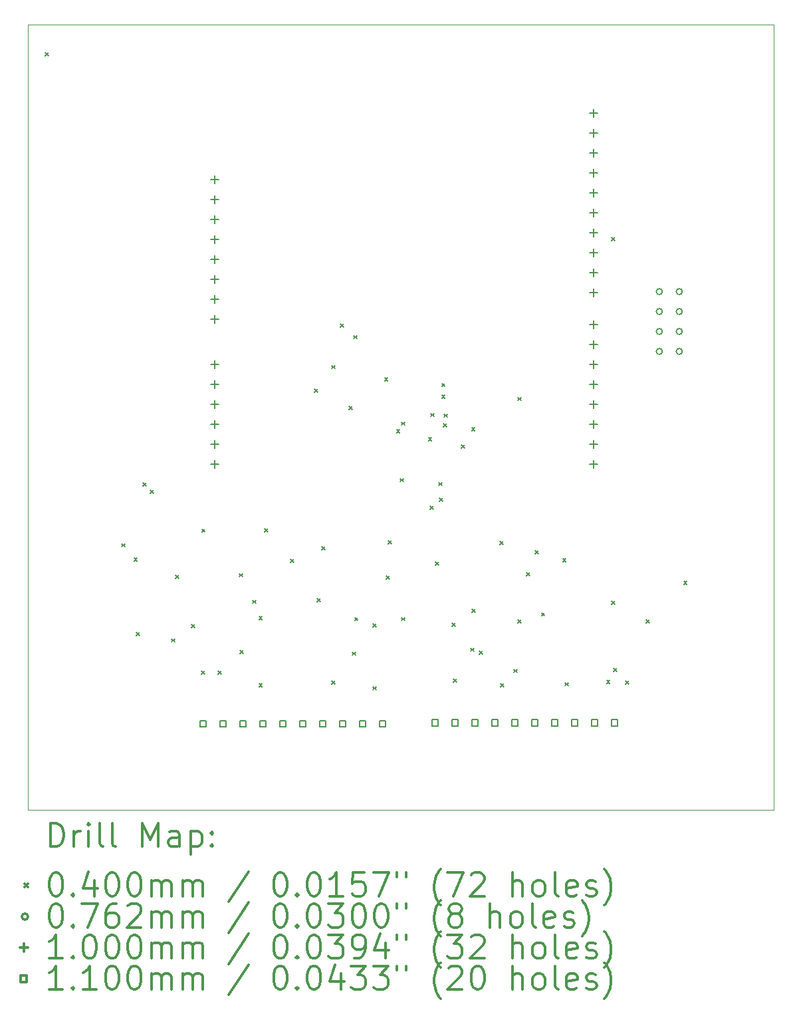
<source format=gbr>
%FSLAX45Y45*%
G04 Gerber Fmt 4.5, Leading zero omitted, Abs format (unit mm)*
G04 Created by KiCad (PCBNEW 5.1.10-88a1d61d58~90~ubuntu20.04.1) date 2021-09-14 19:28:11*
%MOMM*%
%LPD*%
G01*
G04 APERTURE LIST*
%TA.AperFunction,Profile*%
%ADD10C,0.050000*%
%TD*%
%ADD11C,0.200000*%
%ADD12C,0.300000*%
G04 APERTURE END LIST*
D10*
X10500000Y-5000000D02*
X10500000Y-15000000D01*
X10500000Y-5000000D02*
X20000000Y-5000000D01*
X20000000Y-15000000D02*
X20000000Y-5000000D01*
X10500000Y-15000000D02*
X20000000Y-15000000D01*
D11*
X10720000Y-5360000D02*
X10760000Y-5400000D01*
X10760000Y-5360000D02*
X10720000Y-5400000D01*
X11690000Y-11610000D02*
X11730000Y-11650000D01*
X11730000Y-11610000D02*
X11690000Y-11650000D01*
X11850000Y-11790000D02*
X11890000Y-11830000D01*
X11890000Y-11790000D02*
X11850000Y-11830000D01*
X11880000Y-12740000D02*
X11920000Y-12780000D01*
X11920000Y-12740000D02*
X11880000Y-12780000D01*
X11963431Y-10836569D02*
X12003431Y-10876569D01*
X12003431Y-10836569D02*
X11963431Y-10876569D01*
X12058309Y-10931448D02*
X12098309Y-10971448D01*
X12098309Y-10931448D02*
X12058309Y-10971448D01*
X12330000Y-12820000D02*
X12370000Y-12860000D01*
X12370000Y-12820000D02*
X12330000Y-12860000D01*
X12380000Y-12010000D02*
X12420000Y-12050000D01*
X12420000Y-12010000D02*
X12380000Y-12050000D01*
X12580000Y-12640000D02*
X12620000Y-12680000D01*
X12620000Y-12640000D02*
X12580000Y-12680000D01*
X12710000Y-13230000D02*
X12750000Y-13270000D01*
X12750000Y-13230000D02*
X12710000Y-13270000D01*
X12712395Y-11422605D02*
X12752395Y-11462605D01*
X12752395Y-11422605D02*
X12712395Y-11462605D01*
X12920000Y-13230000D02*
X12960000Y-13270000D01*
X12960000Y-13230000D02*
X12920000Y-13270000D01*
X13190000Y-11990000D02*
X13230000Y-12030000D01*
X13230000Y-11990000D02*
X13190000Y-12030000D01*
X13200000Y-12970000D02*
X13240000Y-13010000D01*
X13240000Y-12970000D02*
X13200000Y-13010000D01*
X13360000Y-12330000D02*
X13400000Y-12370000D01*
X13400000Y-12330000D02*
X13360000Y-12370000D01*
X13440000Y-12540000D02*
X13480000Y-12580000D01*
X13480000Y-12540000D02*
X13440000Y-12580000D01*
X13440000Y-13390000D02*
X13480000Y-13430000D01*
X13480000Y-13390000D02*
X13440000Y-13430000D01*
X13510000Y-11420000D02*
X13550000Y-11460000D01*
X13550000Y-11420000D02*
X13510000Y-11460000D01*
X13840000Y-11810000D02*
X13880000Y-11850000D01*
X13880000Y-11810000D02*
X13840000Y-11850000D01*
X14150000Y-9640000D02*
X14190000Y-9680000D01*
X14190000Y-9640000D02*
X14150000Y-9680000D01*
X14179999Y-12309999D02*
X14219999Y-12349999D01*
X14219999Y-12309999D02*
X14179999Y-12349999D01*
X14240000Y-11650000D02*
X14280000Y-11690000D01*
X14280000Y-11650000D02*
X14240000Y-11690000D01*
X14370000Y-9340000D02*
X14410000Y-9380000D01*
X14410000Y-9340000D02*
X14370000Y-9380000D01*
X14370000Y-13360000D02*
X14410000Y-13400000D01*
X14410000Y-13360000D02*
X14370000Y-13400000D01*
X14480000Y-8810000D02*
X14520000Y-8850000D01*
X14520000Y-8810000D02*
X14480000Y-8850000D01*
X14590000Y-9860000D02*
X14630000Y-9900000D01*
X14630000Y-9860000D02*
X14590000Y-9900000D01*
X14630000Y-12990000D02*
X14670000Y-13030000D01*
X14670000Y-12990000D02*
X14630000Y-13030000D01*
X14650000Y-8960000D02*
X14690000Y-9000000D01*
X14690000Y-8960000D02*
X14650000Y-9000000D01*
X14660000Y-12550000D02*
X14700000Y-12590000D01*
X14700000Y-12550000D02*
X14660000Y-12590000D01*
X14890000Y-12630000D02*
X14930000Y-12670000D01*
X14930000Y-12630000D02*
X14890000Y-12670000D01*
X14890000Y-13430000D02*
X14930000Y-13470000D01*
X14930000Y-13430000D02*
X14890000Y-13470000D01*
X15040000Y-9500000D02*
X15080000Y-9540000D01*
X15080000Y-9500000D02*
X15040000Y-9540000D01*
X15060000Y-12020000D02*
X15100000Y-12060000D01*
X15100000Y-12020000D02*
X15060000Y-12060000D01*
X15090000Y-11570000D02*
X15130000Y-11610000D01*
X15130000Y-11570000D02*
X15090000Y-11610000D01*
X15194256Y-10155582D02*
X15234256Y-10195582D01*
X15234256Y-10155582D02*
X15194256Y-10195582D01*
X15240000Y-10779999D02*
X15280000Y-10819999D01*
X15280000Y-10779999D02*
X15240000Y-10819999D01*
X15260000Y-10060000D02*
X15300000Y-10100000D01*
X15300000Y-10060000D02*
X15260000Y-10100000D01*
X15260000Y-12550000D02*
X15300000Y-12590000D01*
X15300000Y-12550000D02*
X15260000Y-12590000D01*
X15600000Y-10260000D02*
X15640000Y-10300000D01*
X15640000Y-10260000D02*
X15600000Y-10300000D01*
X15620000Y-11130000D02*
X15660000Y-11170000D01*
X15660000Y-11130000D02*
X15620000Y-11170000D01*
X15630000Y-9950000D02*
X15670000Y-9990000D01*
X15670000Y-9950000D02*
X15630000Y-9990000D01*
X15690000Y-11840000D02*
X15730000Y-11880000D01*
X15730000Y-11840000D02*
X15690000Y-11880000D01*
X15730000Y-10830000D02*
X15770000Y-10870000D01*
X15770000Y-10830000D02*
X15730000Y-10870000D01*
X15740000Y-11030000D02*
X15780000Y-11070000D01*
X15780000Y-11030000D02*
X15740000Y-11070000D01*
X15770000Y-9570000D02*
X15810000Y-9610000D01*
X15810000Y-9570000D02*
X15770000Y-9610000D01*
X15770000Y-9720000D02*
X15810000Y-9760000D01*
X15810000Y-9720000D02*
X15770000Y-9760000D01*
X15790000Y-10080000D02*
X15830000Y-10120000D01*
X15830000Y-10080000D02*
X15790000Y-10120000D01*
X15800000Y-9960000D02*
X15840000Y-10000000D01*
X15840000Y-9960000D02*
X15800000Y-10000000D01*
X15900000Y-12620000D02*
X15940000Y-12660000D01*
X15940000Y-12620000D02*
X15900000Y-12660000D01*
X15920000Y-13330000D02*
X15960000Y-13370000D01*
X15960000Y-13330000D02*
X15920000Y-13370000D01*
X16020000Y-10350000D02*
X16060000Y-10390000D01*
X16060000Y-10350000D02*
X16020000Y-10390000D01*
X16140000Y-12940000D02*
X16180000Y-12980000D01*
X16180000Y-12940000D02*
X16140000Y-12980000D01*
X16150000Y-10130000D02*
X16190000Y-10170000D01*
X16190000Y-10130000D02*
X16150000Y-10170000D01*
X16155000Y-12445000D02*
X16195000Y-12485000D01*
X16195000Y-12445000D02*
X16155000Y-12485000D01*
X16250000Y-12980000D02*
X16290000Y-13020000D01*
X16290000Y-12980000D02*
X16250000Y-13020000D01*
X16510000Y-11580000D02*
X16550000Y-11620000D01*
X16550000Y-11580000D02*
X16510000Y-11620000D01*
X16520000Y-13390000D02*
X16560000Y-13430000D01*
X16560000Y-13390000D02*
X16520000Y-13430000D01*
X16690000Y-13210000D02*
X16730000Y-13250000D01*
X16730000Y-13210000D02*
X16690000Y-13250000D01*
X16740000Y-9747500D02*
X16780000Y-9787500D01*
X16780000Y-9747500D02*
X16740000Y-9787500D01*
X16740000Y-12580000D02*
X16780000Y-12620000D01*
X16780000Y-12580000D02*
X16740000Y-12620000D01*
X16850000Y-11980000D02*
X16890000Y-12020000D01*
X16890000Y-11980000D02*
X16850000Y-12020000D01*
X16961569Y-11698431D02*
X17001569Y-11738431D01*
X17001569Y-11698431D02*
X16961569Y-11738431D01*
X17040000Y-12490000D02*
X17080000Y-12530000D01*
X17080000Y-12490000D02*
X17040000Y-12530000D01*
X17310000Y-11800000D02*
X17350000Y-11840000D01*
X17350000Y-11800000D02*
X17310000Y-11840000D01*
X17340000Y-13380000D02*
X17380000Y-13420000D01*
X17380000Y-13380000D02*
X17340000Y-13420000D01*
X17870000Y-13350000D02*
X17910000Y-13390000D01*
X17910000Y-13350000D02*
X17870000Y-13390000D01*
X17930000Y-7710000D02*
X17970000Y-7750000D01*
X17970000Y-7710000D02*
X17930000Y-7750000D01*
X17930000Y-12340000D02*
X17970000Y-12380000D01*
X17970000Y-12340000D02*
X17930000Y-12380000D01*
X17960000Y-13200000D02*
X18000000Y-13240000D01*
X18000000Y-13200000D02*
X17960000Y-13240000D01*
X18110000Y-13360000D02*
X18150000Y-13400000D01*
X18150000Y-13360000D02*
X18110000Y-13400000D01*
X18370000Y-12580000D02*
X18410000Y-12620000D01*
X18410000Y-12580000D02*
X18370000Y-12620000D01*
X18850000Y-12090000D02*
X18890000Y-12130000D01*
X18890000Y-12090000D02*
X18850000Y-12130000D01*
X18578100Y-8400000D02*
G75*
G03*
X18578100Y-8400000I-38100J0D01*
G01*
X18578100Y-8654000D02*
G75*
G03*
X18578100Y-8654000I-38100J0D01*
G01*
X18578100Y-8908000D02*
G75*
G03*
X18578100Y-8908000I-38100J0D01*
G01*
X18578100Y-9162000D02*
G75*
G03*
X18578100Y-9162000I-38100J0D01*
G01*
X18832100Y-8400000D02*
G75*
G03*
X18832100Y-8400000I-38100J0D01*
G01*
X18832100Y-8654000D02*
G75*
G03*
X18832100Y-8654000I-38100J0D01*
G01*
X18832100Y-8908000D02*
G75*
G03*
X18832100Y-8908000I-38100J0D01*
G01*
X18832100Y-9162000D02*
G75*
G03*
X18832100Y-9162000I-38100J0D01*
G01*
X12880000Y-6920000D02*
X12880000Y-7020000D01*
X12830000Y-6970000D02*
X12930000Y-6970000D01*
X12880000Y-7174000D02*
X12880000Y-7274000D01*
X12830000Y-7224000D02*
X12930000Y-7224000D01*
X12880000Y-7428000D02*
X12880000Y-7528000D01*
X12830000Y-7478000D02*
X12930000Y-7478000D01*
X12880000Y-7682000D02*
X12880000Y-7782000D01*
X12830000Y-7732000D02*
X12930000Y-7732000D01*
X12880000Y-7936000D02*
X12880000Y-8036000D01*
X12830000Y-7986000D02*
X12930000Y-7986000D01*
X12880000Y-8190000D02*
X12880000Y-8290000D01*
X12830000Y-8240000D02*
X12930000Y-8240000D01*
X12880000Y-8444000D02*
X12880000Y-8544000D01*
X12830000Y-8494000D02*
X12930000Y-8494000D01*
X12880000Y-8698000D02*
X12880000Y-8798000D01*
X12830000Y-8748000D02*
X12930000Y-8748000D01*
X12880000Y-9278000D02*
X12880000Y-9378000D01*
X12830000Y-9328000D02*
X12930000Y-9328000D01*
X12880000Y-9532000D02*
X12880000Y-9632000D01*
X12830000Y-9582000D02*
X12930000Y-9582000D01*
X12880000Y-9786000D02*
X12880000Y-9886000D01*
X12830000Y-9836000D02*
X12930000Y-9836000D01*
X12880000Y-10040000D02*
X12880000Y-10140000D01*
X12830000Y-10090000D02*
X12930000Y-10090000D01*
X12880000Y-10294000D02*
X12880000Y-10394000D01*
X12830000Y-10344000D02*
X12930000Y-10344000D01*
X12880000Y-10548000D02*
X12880000Y-10648000D01*
X12830000Y-10598000D02*
X12930000Y-10598000D01*
X17706000Y-6079000D02*
X17706000Y-6179000D01*
X17656000Y-6129000D02*
X17756000Y-6129000D01*
X17706000Y-6333000D02*
X17706000Y-6433000D01*
X17656000Y-6383000D02*
X17756000Y-6383000D01*
X17706000Y-6587000D02*
X17706000Y-6687000D01*
X17656000Y-6637000D02*
X17756000Y-6637000D01*
X17706000Y-6841000D02*
X17706000Y-6941000D01*
X17656000Y-6891000D02*
X17756000Y-6891000D01*
X17706000Y-7095000D02*
X17706000Y-7195000D01*
X17656000Y-7145000D02*
X17756000Y-7145000D01*
X17706000Y-7349000D02*
X17706000Y-7449000D01*
X17656000Y-7399000D02*
X17756000Y-7399000D01*
X17706000Y-7603000D02*
X17706000Y-7703000D01*
X17656000Y-7653000D02*
X17756000Y-7653000D01*
X17706000Y-7857000D02*
X17706000Y-7957000D01*
X17656000Y-7907000D02*
X17756000Y-7907000D01*
X17706000Y-8111000D02*
X17706000Y-8211000D01*
X17656000Y-8161000D02*
X17756000Y-8161000D01*
X17706000Y-8365000D02*
X17706000Y-8465000D01*
X17656000Y-8415000D02*
X17756000Y-8415000D01*
X17706000Y-8770000D02*
X17706000Y-8870000D01*
X17656000Y-8820000D02*
X17756000Y-8820000D01*
X17706000Y-9024000D02*
X17706000Y-9124000D01*
X17656000Y-9074000D02*
X17756000Y-9074000D01*
X17706000Y-9278000D02*
X17706000Y-9378000D01*
X17656000Y-9328000D02*
X17756000Y-9328000D01*
X17706000Y-9532000D02*
X17706000Y-9632000D01*
X17656000Y-9582000D02*
X17756000Y-9582000D01*
X17706000Y-9786000D02*
X17706000Y-9886000D01*
X17656000Y-9836000D02*
X17756000Y-9836000D01*
X17706000Y-10040000D02*
X17706000Y-10140000D01*
X17656000Y-10090000D02*
X17756000Y-10090000D01*
X17706000Y-10294000D02*
X17706000Y-10394000D01*
X17656000Y-10344000D02*
X17756000Y-10344000D01*
X17706000Y-10548000D02*
X17706000Y-10648000D01*
X17656000Y-10598000D02*
X17756000Y-10598000D01*
X12768891Y-13938891D02*
X12768891Y-13861109D01*
X12691109Y-13861109D01*
X12691109Y-13938891D01*
X12768891Y-13938891D01*
X13022891Y-13938891D02*
X13022891Y-13861109D01*
X12945109Y-13861109D01*
X12945109Y-13938891D01*
X13022891Y-13938891D01*
X13276891Y-13938891D02*
X13276891Y-13861109D01*
X13199109Y-13861109D01*
X13199109Y-13938891D01*
X13276891Y-13938891D01*
X13530891Y-13938891D02*
X13530891Y-13861109D01*
X13453109Y-13861109D01*
X13453109Y-13938891D01*
X13530891Y-13938891D01*
X13784891Y-13938891D02*
X13784891Y-13861109D01*
X13707109Y-13861109D01*
X13707109Y-13938891D01*
X13784891Y-13938891D01*
X14038891Y-13938891D02*
X14038891Y-13861109D01*
X13961109Y-13861109D01*
X13961109Y-13938891D01*
X14038891Y-13938891D01*
X14292891Y-13938891D02*
X14292891Y-13861109D01*
X14215109Y-13861109D01*
X14215109Y-13938891D01*
X14292891Y-13938891D01*
X14546891Y-13938891D02*
X14546891Y-13861109D01*
X14469109Y-13861109D01*
X14469109Y-13938891D01*
X14546891Y-13938891D01*
X14800891Y-13938891D02*
X14800891Y-13861109D01*
X14723109Y-13861109D01*
X14723109Y-13938891D01*
X14800891Y-13938891D01*
X15054891Y-13938891D02*
X15054891Y-13861109D01*
X14977109Y-13861109D01*
X14977109Y-13938891D01*
X15054891Y-13938891D01*
X15718891Y-13928891D02*
X15718891Y-13851109D01*
X15641109Y-13851109D01*
X15641109Y-13928891D01*
X15718891Y-13928891D01*
X15972891Y-13928891D02*
X15972891Y-13851109D01*
X15895109Y-13851109D01*
X15895109Y-13928891D01*
X15972891Y-13928891D01*
X16226891Y-13928891D02*
X16226891Y-13851109D01*
X16149109Y-13851109D01*
X16149109Y-13928891D01*
X16226891Y-13928891D01*
X16480891Y-13928891D02*
X16480891Y-13851109D01*
X16403109Y-13851109D01*
X16403109Y-13928891D01*
X16480891Y-13928891D01*
X16734891Y-13928891D02*
X16734891Y-13851109D01*
X16657109Y-13851109D01*
X16657109Y-13928891D01*
X16734891Y-13928891D01*
X16988891Y-13928891D02*
X16988891Y-13851109D01*
X16911109Y-13851109D01*
X16911109Y-13928891D01*
X16988891Y-13928891D01*
X17242891Y-13928891D02*
X17242891Y-13851109D01*
X17165109Y-13851109D01*
X17165109Y-13928891D01*
X17242891Y-13928891D01*
X17496891Y-13928891D02*
X17496891Y-13851109D01*
X17419109Y-13851109D01*
X17419109Y-13928891D01*
X17496891Y-13928891D01*
X17750891Y-13928891D02*
X17750891Y-13851109D01*
X17673109Y-13851109D01*
X17673109Y-13928891D01*
X17750891Y-13928891D01*
X18004891Y-13928891D02*
X18004891Y-13851109D01*
X17927109Y-13851109D01*
X17927109Y-13928891D01*
X18004891Y-13928891D01*
D12*
X10783928Y-15468214D02*
X10783928Y-15168214D01*
X10855357Y-15168214D01*
X10898214Y-15182500D01*
X10926786Y-15211071D01*
X10941071Y-15239643D01*
X10955357Y-15296786D01*
X10955357Y-15339643D01*
X10941071Y-15396786D01*
X10926786Y-15425357D01*
X10898214Y-15453929D01*
X10855357Y-15468214D01*
X10783928Y-15468214D01*
X11083928Y-15468214D02*
X11083928Y-15268214D01*
X11083928Y-15325357D02*
X11098214Y-15296786D01*
X11112500Y-15282500D01*
X11141071Y-15268214D01*
X11169643Y-15268214D01*
X11269643Y-15468214D02*
X11269643Y-15268214D01*
X11269643Y-15168214D02*
X11255357Y-15182500D01*
X11269643Y-15196786D01*
X11283928Y-15182500D01*
X11269643Y-15168214D01*
X11269643Y-15196786D01*
X11455357Y-15468214D02*
X11426786Y-15453929D01*
X11412500Y-15425357D01*
X11412500Y-15168214D01*
X11612500Y-15468214D02*
X11583928Y-15453929D01*
X11569643Y-15425357D01*
X11569643Y-15168214D01*
X11955357Y-15468214D02*
X11955357Y-15168214D01*
X12055357Y-15382500D01*
X12155357Y-15168214D01*
X12155357Y-15468214D01*
X12426786Y-15468214D02*
X12426786Y-15311071D01*
X12412500Y-15282500D01*
X12383928Y-15268214D01*
X12326786Y-15268214D01*
X12298214Y-15282500D01*
X12426786Y-15453929D02*
X12398214Y-15468214D01*
X12326786Y-15468214D01*
X12298214Y-15453929D01*
X12283928Y-15425357D01*
X12283928Y-15396786D01*
X12298214Y-15368214D01*
X12326786Y-15353929D01*
X12398214Y-15353929D01*
X12426786Y-15339643D01*
X12569643Y-15268214D02*
X12569643Y-15568214D01*
X12569643Y-15282500D02*
X12598214Y-15268214D01*
X12655357Y-15268214D01*
X12683928Y-15282500D01*
X12698214Y-15296786D01*
X12712500Y-15325357D01*
X12712500Y-15411071D01*
X12698214Y-15439643D01*
X12683928Y-15453929D01*
X12655357Y-15468214D01*
X12598214Y-15468214D01*
X12569643Y-15453929D01*
X12841071Y-15439643D02*
X12855357Y-15453929D01*
X12841071Y-15468214D01*
X12826786Y-15453929D01*
X12841071Y-15439643D01*
X12841071Y-15468214D01*
X12841071Y-15282500D02*
X12855357Y-15296786D01*
X12841071Y-15311071D01*
X12826786Y-15296786D01*
X12841071Y-15282500D01*
X12841071Y-15311071D01*
X10457500Y-15942500D02*
X10497500Y-15982500D01*
X10497500Y-15942500D02*
X10457500Y-15982500D01*
X10841071Y-15798214D02*
X10869643Y-15798214D01*
X10898214Y-15812500D01*
X10912500Y-15826786D01*
X10926786Y-15855357D01*
X10941071Y-15912500D01*
X10941071Y-15983929D01*
X10926786Y-16041071D01*
X10912500Y-16069643D01*
X10898214Y-16083929D01*
X10869643Y-16098214D01*
X10841071Y-16098214D01*
X10812500Y-16083929D01*
X10798214Y-16069643D01*
X10783928Y-16041071D01*
X10769643Y-15983929D01*
X10769643Y-15912500D01*
X10783928Y-15855357D01*
X10798214Y-15826786D01*
X10812500Y-15812500D01*
X10841071Y-15798214D01*
X11069643Y-16069643D02*
X11083928Y-16083929D01*
X11069643Y-16098214D01*
X11055357Y-16083929D01*
X11069643Y-16069643D01*
X11069643Y-16098214D01*
X11341071Y-15898214D02*
X11341071Y-16098214D01*
X11269643Y-15783929D02*
X11198214Y-15998214D01*
X11383928Y-15998214D01*
X11555357Y-15798214D02*
X11583928Y-15798214D01*
X11612500Y-15812500D01*
X11626786Y-15826786D01*
X11641071Y-15855357D01*
X11655357Y-15912500D01*
X11655357Y-15983929D01*
X11641071Y-16041071D01*
X11626786Y-16069643D01*
X11612500Y-16083929D01*
X11583928Y-16098214D01*
X11555357Y-16098214D01*
X11526786Y-16083929D01*
X11512500Y-16069643D01*
X11498214Y-16041071D01*
X11483928Y-15983929D01*
X11483928Y-15912500D01*
X11498214Y-15855357D01*
X11512500Y-15826786D01*
X11526786Y-15812500D01*
X11555357Y-15798214D01*
X11841071Y-15798214D02*
X11869643Y-15798214D01*
X11898214Y-15812500D01*
X11912500Y-15826786D01*
X11926786Y-15855357D01*
X11941071Y-15912500D01*
X11941071Y-15983929D01*
X11926786Y-16041071D01*
X11912500Y-16069643D01*
X11898214Y-16083929D01*
X11869643Y-16098214D01*
X11841071Y-16098214D01*
X11812500Y-16083929D01*
X11798214Y-16069643D01*
X11783928Y-16041071D01*
X11769643Y-15983929D01*
X11769643Y-15912500D01*
X11783928Y-15855357D01*
X11798214Y-15826786D01*
X11812500Y-15812500D01*
X11841071Y-15798214D01*
X12069643Y-16098214D02*
X12069643Y-15898214D01*
X12069643Y-15926786D02*
X12083928Y-15912500D01*
X12112500Y-15898214D01*
X12155357Y-15898214D01*
X12183928Y-15912500D01*
X12198214Y-15941071D01*
X12198214Y-16098214D01*
X12198214Y-15941071D02*
X12212500Y-15912500D01*
X12241071Y-15898214D01*
X12283928Y-15898214D01*
X12312500Y-15912500D01*
X12326786Y-15941071D01*
X12326786Y-16098214D01*
X12469643Y-16098214D02*
X12469643Y-15898214D01*
X12469643Y-15926786D02*
X12483928Y-15912500D01*
X12512500Y-15898214D01*
X12555357Y-15898214D01*
X12583928Y-15912500D01*
X12598214Y-15941071D01*
X12598214Y-16098214D01*
X12598214Y-15941071D02*
X12612500Y-15912500D01*
X12641071Y-15898214D01*
X12683928Y-15898214D01*
X12712500Y-15912500D01*
X12726786Y-15941071D01*
X12726786Y-16098214D01*
X13312500Y-15783929D02*
X13055357Y-16169643D01*
X13698214Y-15798214D02*
X13726786Y-15798214D01*
X13755357Y-15812500D01*
X13769643Y-15826786D01*
X13783928Y-15855357D01*
X13798214Y-15912500D01*
X13798214Y-15983929D01*
X13783928Y-16041071D01*
X13769643Y-16069643D01*
X13755357Y-16083929D01*
X13726786Y-16098214D01*
X13698214Y-16098214D01*
X13669643Y-16083929D01*
X13655357Y-16069643D01*
X13641071Y-16041071D01*
X13626786Y-15983929D01*
X13626786Y-15912500D01*
X13641071Y-15855357D01*
X13655357Y-15826786D01*
X13669643Y-15812500D01*
X13698214Y-15798214D01*
X13926786Y-16069643D02*
X13941071Y-16083929D01*
X13926786Y-16098214D01*
X13912500Y-16083929D01*
X13926786Y-16069643D01*
X13926786Y-16098214D01*
X14126786Y-15798214D02*
X14155357Y-15798214D01*
X14183928Y-15812500D01*
X14198214Y-15826786D01*
X14212500Y-15855357D01*
X14226786Y-15912500D01*
X14226786Y-15983929D01*
X14212500Y-16041071D01*
X14198214Y-16069643D01*
X14183928Y-16083929D01*
X14155357Y-16098214D01*
X14126786Y-16098214D01*
X14098214Y-16083929D01*
X14083928Y-16069643D01*
X14069643Y-16041071D01*
X14055357Y-15983929D01*
X14055357Y-15912500D01*
X14069643Y-15855357D01*
X14083928Y-15826786D01*
X14098214Y-15812500D01*
X14126786Y-15798214D01*
X14512500Y-16098214D02*
X14341071Y-16098214D01*
X14426786Y-16098214D02*
X14426786Y-15798214D01*
X14398214Y-15841071D01*
X14369643Y-15869643D01*
X14341071Y-15883929D01*
X14783928Y-15798214D02*
X14641071Y-15798214D01*
X14626786Y-15941071D01*
X14641071Y-15926786D01*
X14669643Y-15912500D01*
X14741071Y-15912500D01*
X14769643Y-15926786D01*
X14783928Y-15941071D01*
X14798214Y-15969643D01*
X14798214Y-16041071D01*
X14783928Y-16069643D01*
X14769643Y-16083929D01*
X14741071Y-16098214D01*
X14669643Y-16098214D01*
X14641071Y-16083929D01*
X14626786Y-16069643D01*
X14898214Y-15798214D02*
X15098214Y-15798214D01*
X14969643Y-16098214D01*
X15198214Y-15798214D02*
X15198214Y-15855357D01*
X15312500Y-15798214D02*
X15312500Y-15855357D01*
X15755357Y-16212500D02*
X15741071Y-16198214D01*
X15712500Y-16155357D01*
X15698214Y-16126786D01*
X15683928Y-16083929D01*
X15669643Y-16012500D01*
X15669643Y-15955357D01*
X15683928Y-15883929D01*
X15698214Y-15841071D01*
X15712500Y-15812500D01*
X15741071Y-15769643D01*
X15755357Y-15755357D01*
X15841071Y-15798214D02*
X16041071Y-15798214D01*
X15912500Y-16098214D01*
X16141071Y-15826786D02*
X16155357Y-15812500D01*
X16183928Y-15798214D01*
X16255357Y-15798214D01*
X16283928Y-15812500D01*
X16298214Y-15826786D01*
X16312500Y-15855357D01*
X16312500Y-15883929D01*
X16298214Y-15926786D01*
X16126786Y-16098214D01*
X16312500Y-16098214D01*
X16669643Y-16098214D02*
X16669643Y-15798214D01*
X16798214Y-16098214D02*
X16798214Y-15941071D01*
X16783928Y-15912500D01*
X16755357Y-15898214D01*
X16712500Y-15898214D01*
X16683928Y-15912500D01*
X16669643Y-15926786D01*
X16983928Y-16098214D02*
X16955357Y-16083929D01*
X16941071Y-16069643D01*
X16926786Y-16041071D01*
X16926786Y-15955357D01*
X16941071Y-15926786D01*
X16955357Y-15912500D01*
X16983928Y-15898214D01*
X17026786Y-15898214D01*
X17055357Y-15912500D01*
X17069643Y-15926786D01*
X17083928Y-15955357D01*
X17083928Y-16041071D01*
X17069643Y-16069643D01*
X17055357Y-16083929D01*
X17026786Y-16098214D01*
X16983928Y-16098214D01*
X17255357Y-16098214D02*
X17226786Y-16083929D01*
X17212500Y-16055357D01*
X17212500Y-15798214D01*
X17483928Y-16083929D02*
X17455357Y-16098214D01*
X17398214Y-16098214D01*
X17369643Y-16083929D01*
X17355357Y-16055357D01*
X17355357Y-15941071D01*
X17369643Y-15912500D01*
X17398214Y-15898214D01*
X17455357Y-15898214D01*
X17483928Y-15912500D01*
X17498214Y-15941071D01*
X17498214Y-15969643D01*
X17355357Y-15998214D01*
X17612500Y-16083929D02*
X17641071Y-16098214D01*
X17698214Y-16098214D01*
X17726786Y-16083929D01*
X17741071Y-16055357D01*
X17741071Y-16041071D01*
X17726786Y-16012500D01*
X17698214Y-15998214D01*
X17655357Y-15998214D01*
X17626786Y-15983929D01*
X17612500Y-15955357D01*
X17612500Y-15941071D01*
X17626786Y-15912500D01*
X17655357Y-15898214D01*
X17698214Y-15898214D01*
X17726786Y-15912500D01*
X17841071Y-16212500D02*
X17855357Y-16198214D01*
X17883928Y-16155357D01*
X17898214Y-16126786D01*
X17912500Y-16083929D01*
X17926786Y-16012500D01*
X17926786Y-15955357D01*
X17912500Y-15883929D01*
X17898214Y-15841071D01*
X17883928Y-15812500D01*
X17855357Y-15769643D01*
X17841071Y-15755357D01*
X10497500Y-16358500D02*
G75*
G03*
X10497500Y-16358500I-38100J0D01*
G01*
X10841071Y-16194214D02*
X10869643Y-16194214D01*
X10898214Y-16208500D01*
X10912500Y-16222786D01*
X10926786Y-16251357D01*
X10941071Y-16308500D01*
X10941071Y-16379929D01*
X10926786Y-16437071D01*
X10912500Y-16465643D01*
X10898214Y-16479929D01*
X10869643Y-16494214D01*
X10841071Y-16494214D01*
X10812500Y-16479929D01*
X10798214Y-16465643D01*
X10783928Y-16437071D01*
X10769643Y-16379929D01*
X10769643Y-16308500D01*
X10783928Y-16251357D01*
X10798214Y-16222786D01*
X10812500Y-16208500D01*
X10841071Y-16194214D01*
X11069643Y-16465643D02*
X11083928Y-16479929D01*
X11069643Y-16494214D01*
X11055357Y-16479929D01*
X11069643Y-16465643D01*
X11069643Y-16494214D01*
X11183928Y-16194214D02*
X11383928Y-16194214D01*
X11255357Y-16494214D01*
X11626786Y-16194214D02*
X11569643Y-16194214D01*
X11541071Y-16208500D01*
X11526786Y-16222786D01*
X11498214Y-16265643D01*
X11483928Y-16322786D01*
X11483928Y-16437071D01*
X11498214Y-16465643D01*
X11512500Y-16479929D01*
X11541071Y-16494214D01*
X11598214Y-16494214D01*
X11626786Y-16479929D01*
X11641071Y-16465643D01*
X11655357Y-16437071D01*
X11655357Y-16365643D01*
X11641071Y-16337071D01*
X11626786Y-16322786D01*
X11598214Y-16308500D01*
X11541071Y-16308500D01*
X11512500Y-16322786D01*
X11498214Y-16337071D01*
X11483928Y-16365643D01*
X11769643Y-16222786D02*
X11783928Y-16208500D01*
X11812500Y-16194214D01*
X11883928Y-16194214D01*
X11912500Y-16208500D01*
X11926786Y-16222786D01*
X11941071Y-16251357D01*
X11941071Y-16279929D01*
X11926786Y-16322786D01*
X11755357Y-16494214D01*
X11941071Y-16494214D01*
X12069643Y-16494214D02*
X12069643Y-16294214D01*
X12069643Y-16322786D02*
X12083928Y-16308500D01*
X12112500Y-16294214D01*
X12155357Y-16294214D01*
X12183928Y-16308500D01*
X12198214Y-16337071D01*
X12198214Y-16494214D01*
X12198214Y-16337071D02*
X12212500Y-16308500D01*
X12241071Y-16294214D01*
X12283928Y-16294214D01*
X12312500Y-16308500D01*
X12326786Y-16337071D01*
X12326786Y-16494214D01*
X12469643Y-16494214D02*
X12469643Y-16294214D01*
X12469643Y-16322786D02*
X12483928Y-16308500D01*
X12512500Y-16294214D01*
X12555357Y-16294214D01*
X12583928Y-16308500D01*
X12598214Y-16337071D01*
X12598214Y-16494214D01*
X12598214Y-16337071D02*
X12612500Y-16308500D01*
X12641071Y-16294214D01*
X12683928Y-16294214D01*
X12712500Y-16308500D01*
X12726786Y-16337071D01*
X12726786Y-16494214D01*
X13312500Y-16179929D02*
X13055357Y-16565643D01*
X13698214Y-16194214D02*
X13726786Y-16194214D01*
X13755357Y-16208500D01*
X13769643Y-16222786D01*
X13783928Y-16251357D01*
X13798214Y-16308500D01*
X13798214Y-16379929D01*
X13783928Y-16437071D01*
X13769643Y-16465643D01*
X13755357Y-16479929D01*
X13726786Y-16494214D01*
X13698214Y-16494214D01*
X13669643Y-16479929D01*
X13655357Y-16465643D01*
X13641071Y-16437071D01*
X13626786Y-16379929D01*
X13626786Y-16308500D01*
X13641071Y-16251357D01*
X13655357Y-16222786D01*
X13669643Y-16208500D01*
X13698214Y-16194214D01*
X13926786Y-16465643D02*
X13941071Y-16479929D01*
X13926786Y-16494214D01*
X13912500Y-16479929D01*
X13926786Y-16465643D01*
X13926786Y-16494214D01*
X14126786Y-16194214D02*
X14155357Y-16194214D01*
X14183928Y-16208500D01*
X14198214Y-16222786D01*
X14212500Y-16251357D01*
X14226786Y-16308500D01*
X14226786Y-16379929D01*
X14212500Y-16437071D01*
X14198214Y-16465643D01*
X14183928Y-16479929D01*
X14155357Y-16494214D01*
X14126786Y-16494214D01*
X14098214Y-16479929D01*
X14083928Y-16465643D01*
X14069643Y-16437071D01*
X14055357Y-16379929D01*
X14055357Y-16308500D01*
X14069643Y-16251357D01*
X14083928Y-16222786D01*
X14098214Y-16208500D01*
X14126786Y-16194214D01*
X14326786Y-16194214D02*
X14512500Y-16194214D01*
X14412500Y-16308500D01*
X14455357Y-16308500D01*
X14483928Y-16322786D01*
X14498214Y-16337071D01*
X14512500Y-16365643D01*
X14512500Y-16437071D01*
X14498214Y-16465643D01*
X14483928Y-16479929D01*
X14455357Y-16494214D01*
X14369643Y-16494214D01*
X14341071Y-16479929D01*
X14326786Y-16465643D01*
X14698214Y-16194214D02*
X14726786Y-16194214D01*
X14755357Y-16208500D01*
X14769643Y-16222786D01*
X14783928Y-16251357D01*
X14798214Y-16308500D01*
X14798214Y-16379929D01*
X14783928Y-16437071D01*
X14769643Y-16465643D01*
X14755357Y-16479929D01*
X14726786Y-16494214D01*
X14698214Y-16494214D01*
X14669643Y-16479929D01*
X14655357Y-16465643D01*
X14641071Y-16437071D01*
X14626786Y-16379929D01*
X14626786Y-16308500D01*
X14641071Y-16251357D01*
X14655357Y-16222786D01*
X14669643Y-16208500D01*
X14698214Y-16194214D01*
X14983928Y-16194214D02*
X15012500Y-16194214D01*
X15041071Y-16208500D01*
X15055357Y-16222786D01*
X15069643Y-16251357D01*
X15083928Y-16308500D01*
X15083928Y-16379929D01*
X15069643Y-16437071D01*
X15055357Y-16465643D01*
X15041071Y-16479929D01*
X15012500Y-16494214D01*
X14983928Y-16494214D01*
X14955357Y-16479929D01*
X14941071Y-16465643D01*
X14926786Y-16437071D01*
X14912500Y-16379929D01*
X14912500Y-16308500D01*
X14926786Y-16251357D01*
X14941071Y-16222786D01*
X14955357Y-16208500D01*
X14983928Y-16194214D01*
X15198214Y-16194214D02*
X15198214Y-16251357D01*
X15312500Y-16194214D02*
X15312500Y-16251357D01*
X15755357Y-16608500D02*
X15741071Y-16594214D01*
X15712500Y-16551357D01*
X15698214Y-16522786D01*
X15683928Y-16479929D01*
X15669643Y-16408500D01*
X15669643Y-16351357D01*
X15683928Y-16279929D01*
X15698214Y-16237071D01*
X15712500Y-16208500D01*
X15741071Y-16165643D01*
X15755357Y-16151357D01*
X15912500Y-16322786D02*
X15883928Y-16308500D01*
X15869643Y-16294214D01*
X15855357Y-16265643D01*
X15855357Y-16251357D01*
X15869643Y-16222786D01*
X15883928Y-16208500D01*
X15912500Y-16194214D01*
X15969643Y-16194214D01*
X15998214Y-16208500D01*
X16012500Y-16222786D01*
X16026786Y-16251357D01*
X16026786Y-16265643D01*
X16012500Y-16294214D01*
X15998214Y-16308500D01*
X15969643Y-16322786D01*
X15912500Y-16322786D01*
X15883928Y-16337071D01*
X15869643Y-16351357D01*
X15855357Y-16379929D01*
X15855357Y-16437071D01*
X15869643Y-16465643D01*
X15883928Y-16479929D01*
X15912500Y-16494214D01*
X15969643Y-16494214D01*
X15998214Y-16479929D01*
X16012500Y-16465643D01*
X16026786Y-16437071D01*
X16026786Y-16379929D01*
X16012500Y-16351357D01*
X15998214Y-16337071D01*
X15969643Y-16322786D01*
X16383928Y-16494214D02*
X16383928Y-16194214D01*
X16512500Y-16494214D02*
X16512500Y-16337071D01*
X16498214Y-16308500D01*
X16469643Y-16294214D01*
X16426786Y-16294214D01*
X16398214Y-16308500D01*
X16383928Y-16322786D01*
X16698214Y-16494214D02*
X16669643Y-16479929D01*
X16655357Y-16465643D01*
X16641071Y-16437071D01*
X16641071Y-16351357D01*
X16655357Y-16322786D01*
X16669643Y-16308500D01*
X16698214Y-16294214D01*
X16741071Y-16294214D01*
X16769643Y-16308500D01*
X16783928Y-16322786D01*
X16798214Y-16351357D01*
X16798214Y-16437071D01*
X16783928Y-16465643D01*
X16769643Y-16479929D01*
X16741071Y-16494214D01*
X16698214Y-16494214D01*
X16969643Y-16494214D02*
X16941071Y-16479929D01*
X16926786Y-16451357D01*
X16926786Y-16194214D01*
X17198214Y-16479929D02*
X17169643Y-16494214D01*
X17112500Y-16494214D01*
X17083928Y-16479929D01*
X17069643Y-16451357D01*
X17069643Y-16337071D01*
X17083928Y-16308500D01*
X17112500Y-16294214D01*
X17169643Y-16294214D01*
X17198214Y-16308500D01*
X17212500Y-16337071D01*
X17212500Y-16365643D01*
X17069643Y-16394214D01*
X17326786Y-16479929D02*
X17355357Y-16494214D01*
X17412500Y-16494214D01*
X17441071Y-16479929D01*
X17455357Y-16451357D01*
X17455357Y-16437071D01*
X17441071Y-16408500D01*
X17412500Y-16394214D01*
X17369643Y-16394214D01*
X17341071Y-16379929D01*
X17326786Y-16351357D01*
X17326786Y-16337071D01*
X17341071Y-16308500D01*
X17369643Y-16294214D01*
X17412500Y-16294214D01*
X17441071Y-16308500D01*
X17555357Y-16608500D02*
X17569643Y-16594214D01*
X17598214Y-16551357D01*
X17612500Y-16522786D01*
X17626786Y-16479929D01*
X17641071Y-16408500D01*
X17641071Y-16351357D01*
X17626786Y-16279929D01*
X17612500Y-16237071D01*
X17598214Y-16208500D01*
X17569643Y-16165643D01*
X17555357Y-16151357D01*
X10447500Y-16704500D02*
X10447500Y-16804500D01*
X10397500Y-16754500D02*
X10497500Y-16754500D01*
X10941071Y-16890214D02*
X10769643Y-16890214D01*
X10855357Y-16890214D02*
X10855357Y-16590214D01*
X10826786Y-16633071D01*
X10798214Y-16661643D01*
X10769643Y-16675929D01*
X11069643Y-16861643D02*
X11083928Y-16875929D01*
X11069643Y-16890214D01*
X11055357Y-16875929D01*
X11069643Y-16861643D01*
X11069643Y-16890214D01*
X11269643Y-16590214D02*
X11298214Y-16590214D01*
X11326786Y-16604500D01*
X11341071Y-16618786D01*
X11355357Y-16647357D01*
X11369643Y-16704500D01*
X11369643Y-16775929D01*
X11355357Y-16833072D01*
X11341071Y-16861643D01*
X11326786Y-16875929D01*
X11298214Y-16890214D01*
X11269643Y-16890214D01*
X11241071Y-16875929D01*
X11226786Y-16861643D01*
X11212500Y-16833072D01*
X11198214Y-16775929D01*
X11198214Y-16704500D01*
X11212500Y-16647357D01*
X11226786Y-16618786D01*
X11241071Y-16604500D01*
X11269643Y-16590214D01*
X11555357Y-16590214D02*
X11583928Y-16590214D01*
X11612500Y-16604500D01*
X11626786Y-16618786D01*
X11641071Y-16647357D01*
X11655357Y-16704500D01*
X11655357Y-16775929D01*
X11641071Y-16833072D01*
X11626786Y-16861643D01*
X11612500Y-16875929D01*
X11583928Y-16890214D01*
X11555357Y-16890214D01*
X11526786Y-16875929D01*
X11512500Y-16861643D01*
X11498214Y-16833072D01*
X11483928Y-16775929D01*
X11483928Y-16704500D01*
X11498214Y-16647357D01*
X11512500Y-16618786D01*
X11526786Y-16604500D01*
X11555357Y-16590214D01*
X11841071Y-16590214D02*
X11869643Y-16590214D01*
X11898214Y-16604500D01*
X11912500Y-16618786D01*
X11926786Y-16647357D01*
X11941071Y-16704500D01*
X11941071Y-16775929D01*
X11926786Y-16833072D01*
X11912500Y-16861643D01*
X11898214Y-16875929D01*
X11869643Y-16890214D01*
X11841071Y-16890214D01*
X11812500Y-16875929D01*
X11798214Y-16861643D01*
X11783928Y-16833072D01*
X11769643Y-16775929D01*
X11769643Y-16704500D01*
X11783928Y-16647357D01*
X11798214Y-16618786D01*
X11812500Y-16604500D01*
X11841071Y-16590214D01*
X12069643Y-16890214D02*
X12069643Y-16690214D01*
X12069643Y-16718786D02*
X12083928Y-16704500D01*
X12112500Y-16690214D01*
X12155357Y-16690214D01*
X12183928Y-16704500D01*
X12198214Y-16733071D01*
X12198214Y-16890214D01*
X12198214Y-16733071D02*
X12212500Y-16704500D01*
X12241071Y-16690214D01*
X12283928Y-16690214D01*
X12312500Y-16704500D01*
X12326786Y-16733071D01*
X12326786Y-16890214D01*
X12469643Y-16890214D02*
X12469643Y-16690214D01*
X12469643Y-16718786D02*
X12483928Y-16704500D01*
X12512500Y-16690214D01*
X12555357Y-16690214D01*
X12583928Y-16704500D01*
X12598214Y-16733071D01*
X12598214Y-16890214D01*
X12598214Y-16733071D02*
X12612500Y-16704500D01*
X12641071Y-16690214D01*
X12683928Y-16690214D01*
X12712500Y-16704500D01*
X12726786Y-16733071D01*
X12726786Y-16890214D01*
X13312500Y-16575929D02*
X13055357Y-16961643D01*
X13698214Y-16590214D02*
X13726786Y-16590214D01*
X13755357Y-16604500D01*
X13769643Y-16618786D01*
X13783928Y-16647357D01*
X13798214Y-16704500D01*
X13798214Y-16775929D01*
X13783928Y-16833072D01*
X13769643Y-16861643D01*
X13755357Y-16875929D01*
X13726786Y-16890214D01*
X13698214Y-16890214D01*
X13669643Y-16875929D01*
X13655357Y-16861643D01*
X13641071Y-16833072D01*
X13626786Y-16775929D01*
X13626786Y-16704500D01*
X13641071Y-16647357D01*
X13655357Y-16618786D01*
X13669643Y-16604500D01*
X13698214Y-16590214D01*
X13926786Y-16861643D02*
X13941071Y-16875929D01*
X13926786Y-16890214D01*
X13912500Y-16875929D01*
X13926786Y-16861643D01*
X13926786Y-16890214D01*
X14126786Y-16590214D02*
X14155357Y-16590214D01*
X14183928Y-16604500D01*
X14198214Y-16618786D01*
X14212500Y-16647357D01*
X14226786Y-16704500D01*
X14226786Y-16775929D01*
X14212500Y-16833072D01*
X14198214Y-16861643D01*
X14183928Y-16875929D01*
X14155357Y-16890214D01*
X14126786Y-16890214D01*
X14098214Y-16875929D01*
X14083928Y-16861643D01*
X14069643Y-16833072D01*
X14055357Y-16775929D01*
X14055357Y-16704500D01*
X14069643Y-16647357D01*
X14083928Y-16618786D01*
X14098214Y-16604500D01*
X14126786Y-16590214D01*
X14326786Y-16590214D02*
X14512500Y-16590214D01*
X14412500Y-16704500D01*
X14455357Y-16704500D01*
X14483928Y-16718786D01*
X14498214Y-16733071D01*
X14512500Y-16761643D01*
X14512500Y-16833072D01*
X14498214Y-16861643D01*
X14483928Y-16875929D01*
X14455357Y-16890214D01*
X14369643Y-16890214D01*
X14341071Y-16875929D01*
X14326786Y-16861643D01*
X14655357Y-16890214D02*
X14712500Y-16890214D01*
X14741071Y-16875929D01*
X14755357Y-16861643D01*
X14783928Y-16818786D01*
X14798214Y-16761643D01*
X14798214Y-16647357D01*
X14783928Y-16618786D01*
X14769643Y-16604500D01*
X14741071Y-16590214D01*
X14683928Y-16590214D01*
X14655357Y-16604500D01*
X14641071Y-16618786D01*
X14626786Y-16647357D01*
X14626786Y-16718786D01*
X14641071Y-16747357D01*
X14655357Y-16761643D01*
X14683928Y-16775929D01*
X14741071Y-16775929D01*
X14769643Y-16761643D01*
X14783928Y-16747357D01*
X14798214Y-16718786D01*
X15055357Y-16690214D02*
X15055357Y-16890214D01*
X14983928Y-16575929D02*
X14912500Y-16790214D01*
X15098214Y-16790214D01*
X15198214Y-16590214D02*
X15198214Y-16647357D01*
X15312500Y-16590214D02*
X15312500Y-16647357D01*
X15755357Y-17004500D02*
X15741071Y-16990214D01*
X15712500Y-16947357D01*
X15698214Y-16918786D01*
X15683928Y-16875929D01*
X15669643Y-16804500D01*
X15669643Y-16747357D01*
X15683928Y-16675929D01*
X15698214Y-16633071D01*
X15712500Y-16604500D01*
X15741071Y-16561643D01*
X15755357Y-16547357D01*
X15841071Y-16590214D02*
X16026786Y-16590214D01*
X15926786Y-16704500D01*
X15969643Y-16704500D01*
X15998214Y-16718786D01*
X16012500Y-16733071D01*
X16026786Y-16761643D01*
X16026786Y-16833072D01*
X16012500Y-16861643D01*
X15998214Y-16875929D01*
X15969643Y-16890214D01*
X15883928Y-16890214D01*
X15855357Y-16875929D01*
X15841071Y-16861643D01*
X16141071Y-16618786D02*
X16155357Y-16604500D01*
X16183928Y-16590214D01*
X16255357Y-16590214D01*
X16283928Y-16604500D01*
X16298214Y-16618786D01*
X16312500Y-16647357D01*
X16312500Y-16675929D01*
X16298214Y-16718786D01*
X16126786Y-16890214D01*
X16312500Y-16890214D01*
X16669643Y-16890214D02*
X16669643Y-16590214D01*
X16798214Y-16890214D02*
X16798214Y-16733071D01*
X16783928Y-16704500D01*
X16755357Y-16690214D01*
X16712500Y-16690214D01*
X16683928Y-16704500D01*
X16669643Y-16718786D01*
X16983928Y-16890214D02*
X16955357Y-16875929D01*
X16941071Y-16861643D01*
X16926786Y-16833072D01*
X16926786Y-16747357D01*
X16941071Y-16718786D01*
X16955357Y-16704500D01*
X16983928Y-16690214D01*
X17026786Y-16690214D01*
X17055357Y-16704500D01*
X17069643Y-16718786D01*
X17083928Y-16747357D01*
X17083928Y-16833072D01*
X17069643Y-16861643D01*
X17055357Y-16875929D01*
X17026786Y-16890214D01*
X16983928Y-16890214D01*
X17255357Y-16890214D02*
X17226786Y-16875929D01*
X17212500Y-16847357D01*
X17212500Y-16590214D01*
X17483928Y-16875929D02*
X17455357Y-16890214D01*
X17398214Y-16890214D01*
X17369643Y-16875929D01*
X17355357Y-16847357D01*
X17355357Y-16733071D01*
X17369643Y-16704500D01*
X17398214Y-16690214D01*
X17455357Y-16690214D01*
X17483928Y-16704500D01*
X17498214Y-16733071D01*
X17498214Y-16761643D01*
X17355357Y-16790214D01*
X17612500Y-16875929D02*
X17641071Y-16890214D01*
X17698214Y-16890214D01*
X17726786Y-16875929D01*
X17741071Y-16847357D01*
X17741071Y-16833072D01*
X17726786Y-16804500D01*
X17698214Y-16790214D01*
X17655357Y-16790214D01*
X17626786Y-16775929D01*
X17612500Y-16747357D01*
X17612500Y-16733071D01*
X17626786Y-16704500D01*
X17655357Y-16690214D01*
X17698214Y-16690214D01*
X17726786Y-16704500D01*
X17841071Y-17004500D02*
X17855357Y-16990214D01*
X17883928Y-16947357D01*
X17898214Y-16918786D01*
X17912500Y-16875929D01*
X17926786Y-16804500D01*
X17926786Y-16747357D01*
X17912500Y-16675929D01*
X17898214Y-16633071D01*
X17883928Y-16604500D01*
X17855357Y-16561643D01*
X17841071Y-16547357D01*
X10481391Y-17189391D02*
X10481391Y-17111609D01*
X10403609Y-17111609D01*
X10403609Y-17189391D01*
X10481391Y-17189391D01*
X10941071Y-17286214D02*
X10769643Y-17286214D01*
X10855357Y-17286214D02*
X10855357Y-16986214D01*
X10826786Y-17029072D01*
X10798214Y-17057643D01*
X10769643Y-17071929D01*
X11069643Y-17257643D02*
X11083928Y-17271929D01*
X11069643Y-17286214D01*
X11055357Y-17271929D01*
X11069643Y-17257643D01*
X11069643Y-17286214D01*
X11369643Y-17286214D02*
X11198214Y-17286214D01*
X11283928Y-17286214D02*
X11283928Y-16986214D01*
X11255357Y-17029072D01*
X11226786Y-17057643D01*
X11198214Y-17071929D01*
X11555357Y-16986214D02*
X11583928Y-16986214D01*
X11612500Y-17000500D01*
X11626786Y-17014786D01*
X11641071Y-17043357D01*
X11655357Y-17100500D01*
X11655357Y-17171929D01*
X11641071Y-17229072D01*
X11626786Y-17257643D01*
X11612500Y-17271929D01*
X11583928Y-17286214D01*
X11555357Y-17286214D01*
X11526786Y-17271929D01*
X11512500Y-17257643D01*
X11498214Y-17229072D01*
X11483928Y-17171929D01*
X11483928Y-17100500D01*
X11498214Y-17043357D01*
X11512500Y-17014786D01*
X11526786Y-17000500D01*
X11555357Y-16986214D01*
X11841071Y-16986214D02*
X11869643Y-16986214D01*
X11898214Y-17000500D01*
X11912500Y-17014786D01*
X11926786Y-17043357D01*
X11941071Y-17100500D01*
X11941071Y-17171929D01*
X11926786Y-17229072D01*
X11912500Y-17257643D01*
X11898214Y-17271929D01*
X11869643Y-17286214D01*
X11841071Y-17286214D01*
X11812500Y-17271929D01*
X11798214Y-17257643D01*
X11783928Y-17229072D01*
X11769643Y-17171929D01*
X11769643Y-17100500D01*
X11783928Y-17043357D01*
X11798214Y-17014786D01*
X11812500Y-17000500D01*
X11841071Y-16986214D01*
X12069643Y-17286214D02*
X12069643Y-17086214D01*
X12069643Y-17114786D02*
X12083928Y-17100500D01*
X12112500Y-17086214D01*
X12155357Y-17086214D01*
X12183928Y-17100500D01*
X12198214Y-17129072D01*
X12198214Y-17286214D01*
X12198214Y-17129072D02*
X12212500Y-17100500D01*
X12241071Y-17086214D01*
X12283928Y-17086214D01*
X12312500Y-17100500D01*
X12326786Y-17129072D01*
X12326786Y-17286214D01*
X12469643Y-17286214D02*
X12469643Y-17086214D01*
X12469643Y-17114786D02*
X12483928Y-17100500D01*
X12512500Y-17086214D01*
X12555357Y-17086214D01*
X12583928Y-17100500D01*
X12598214Y-17129072D01*
X12598214Y-17286214D01*
X12598214Y-17129072D02*
X12612500Y-17100500D01*
X12641071Y-17086214D01*
X12683928Y-17086214D01*
X12712500Y-17100500D01*
X12726786Y-17129072D01*
X12726786Y-17286214D01*
X13312500Y-16971929D02*
X13055357Y-17357643D01*
X13698214Y-16986214D02*
X13726786Y-16986214D01*
X13755357Y-17000500D01*
X13769643Y-17014786D01*
X13783928Y-17043357D01*
X13798214Y-17100500D01*
X13798214Y-17171929D01*
X13783928Y-17229072D01*
X13769643Y-17257643D01*
X13755357Y-17271929D01*
X13726786Y-17286214D01*
X13698214Y-17286214D01*
X13669643Y-17271929D01*
X13655357Y-17257643D01*
X13641071Y-17229072D01*
X13626786Y-17171929D01*
X13626786Y-17100500D01*
X13641071Y-17043357D01*
X13655357Y-17014786D01*
X13669643Y-17000500D01*
X13698214Y-16986214D01*
X13926786Y-17257643D02*
X13941071Y-17271929D01*
X13926786Y-17286214D01*
X13912500Y-17271929D01*
X13926786Y-17257643D01*
X13926786Y-17286214D01*
X14126786Y-16986214D02*
X14155357Y-16986214D01*
X14183928Y-17000500D01*
X14198214Y-17014786D01*
X14212500Y-17043357D01*
X14226786Y-17100500D01*
X14226786Y-17171929D01*
X14212500Y-17229072D01*
X14198214Y-17257643D01*
X14183928Y-17271929D01*
X14155357Y-17286214D01*
X14126786Y-17286214D01*
X14098214Y-17271929D01*
X14083928Y-17257643D01*
X14069643Y-17229072D01*
X14055357Y-17171929D01*
X14055357Y-17100500D01*
X14069643Y-17043357D01*
X14083928Y-17014786D01*
X14098214Y-17000500D01*
X14126786Y-16986214D01*
X14483928Y-17086214D02*
X14483928Y-17286214D01*
X14412500Y-16971929D02*
X14341071Y-17186214D01*
X14526786Y-17186214D01*
X14612500Y-16986214D02*
X14798214Y-16986214D01*
X14698214Y-17100500D01*
X14741071Y-17100500D01*
X14769643Y-17114786D01*
X14783928Y-17129072D01*
X14798214Y-17157643D01*
X14798214Y-17229072D01*
X14783928Y-17257643D01*
X14769643Y-17271929D01*
X14741071Y-17286214D01*
X14655357Y-17286214D01*
X14626786Y-17271929D01*
X14612500Y-17257643D01*
X14898214Y-16986214D02*
X15083928Y-16986214D01*
X14983928Y-17100500D01*
X15026786Y-17100500D01*
X15055357Y-17114786D01*
X15069643Y-17129072D01*
X15083928Y-17157643D01*
X15083928Y-17229072D01*
X15069643Y-17257643D01*
X15055357Y-17271929D01*
X15026786Y-17286214D01*
X14941071Y-17286214D01*
X14912500Y-17271929D01*
X14898214Y-17257643D01*
X15198214Y-16986214D02*
X15198214Y-17043357D01*
X15312500Y-16986214D02*
X15312500Y-17043357D01*
X15755357Y-17400500D02*
X15741071Y-17386214D01*
X15712500Y-17343357D01*
X15698214Y-17314786D01*
X15683928Y-17271929D01*
X15669643Y-17200500D01*
X15669643Y-17143357D01*
X15683928Y-17071929D01*
X15698214Y-17029072D01*
X15712500Y-17000500D01*
X15741071Y-16957643D01*
X15755357Y-16943357D01*
X15855357Y-17014786D02*
X15869643Y-17000500D01*
X15898214Y-16986214D01*
X15969643Y-16986214D01*
X15998214Y-17000500D01*
X16012500Y-17014786D01*
X16026786Y-17043357D01*
X16026786Y-17071929D01*
X16012500Y-17114786D01*
X15841071Y-17286214D01*
X16026786Y-17286214D01*
X16212500Y-16986214D02*
X16241071Y-16986214D01*
X16269643Y-17000500D01*
X16283928Y-17014786D01*
X16298214Y-17043357D01*
X16312500Y-17100500D01*
X16312500Y-17171929D01*
X16298214Y-17229072D01*
X16283928Y-17257643D01*
X16269643Y-17271929D01*
X16241071Y-17286214D01*
X16212500Y-17286214D01*
X16183928Y-17271929D01*
X16169643Y-17257643D01*
X16155357Y-17229072D01*
X16141071Y-17171929D01*
X16141071Y-17100500D01*
X16155357Y-17043357D01*
X16169643Y-17014786D01*
X16183928Y-17000500D01*
X16212500Y-16986214D01*
X16669643Y-17286214D02*
X16669643Y-16986214D01*
X16798214Y-17286214D02*
X16798214Y-17129072D01*
X16783928Y-17100500D01*
X16755357Y-17086214D01*
X16712500Y-17086214D01*
X16683928Y-17100500D01*
X16669643Y-17114786D01*
X16983928Y-17286214D02*
X16955357Y-17271929D01*
X16941071Y-17257643D01*
X16926786Y-17229072D01*
X16926786Y-17143357D01*
X16941071Y-17114786D01*
X16955357Y-17100500D01*
X16983928Y-17086214D01*
X17026786Y-17086214D01*
X17055357Y-17100500D01*
X17069643Y-17114786D01*
X17083928Y-17143357D01*
X17083928Y-17229072D01*
X17069643Y-17257643D01*
X17055357Y-17271929D01*
X17026786Y-17286214D01*
X16983928Y-17286214D01*
X17255357Y-17286214D02*
X17226786Y-17271929D01*
X17212500Y-17243357D01*
X17212500Y-16986214D01*
X17483928Y-17271929D02*
X17455357Y-17286214D01*
X17398214Y-17286214D01*
X17369643Y-17271929D01*
X17355357Y-17243357D01*
X17355357Y-17129072D01*
X17369643Y-17100500D01*
X17398214Y-17086214D01*
X17455357Y-17086214D01*
X17483928Y-17100500D01*
X17498214Y-17129072D01*
X17498214Y-17157643D01*
X17355357Y-17186214D01*
X17612500Y-17271929D02*
X17641071Y-17286214D01*
X17698214Y-17286214D01*
X17726786Y-17271929D01*
X17741071Y-17243357D01*
X17741071Y-17229072D01*
X17726786Y-17200500D01*
X17698214Y-17186214D01*
X17655357Y-17186214D01*
X17626786Y-17171929D01*
X17612500Y-17143357D01*
X17612500Y-17129072D01*
X17626786Y-17100500D01*
X17655357Y-17086214D01*
X17698214Y-17086214D01*
X17726786Y-17100500D01*
X17841071Y-17400500D02*
X17855357Y-17386214D01*
X17883928Y-17343357D01*
X17898214Y-17314786D01*
X17912500Y-17271929D01*
X17926786Y-17200500D01*
X17926786Y-17143357D01*
X17912500Y-17071929D01*
X17898214Y-17029072D01*
X17883928Y-17000500D01*
X17855357Y-16957643D01*
X17841071Y-16943357D01*
M02*

</source>
